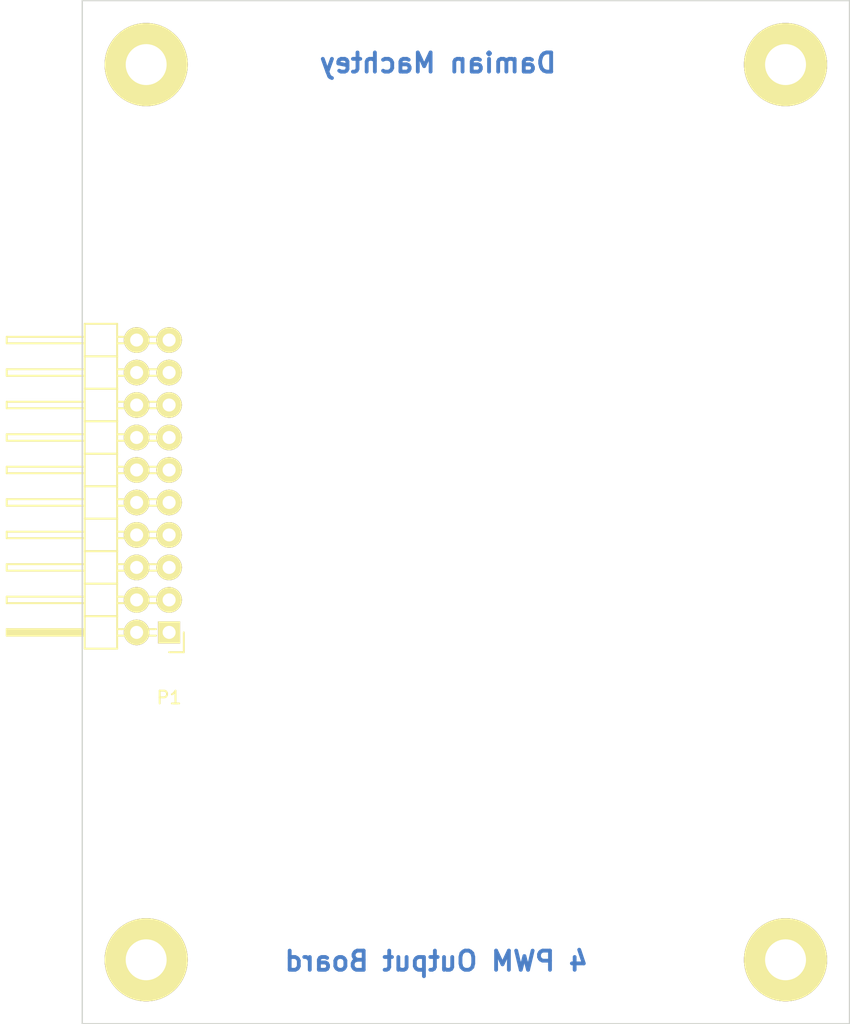
<source format=kicad_pcb>
(kicad_pcb (version 4) (host pcbnew "(2015-07-19 BZR 5960)-product")

  (general
    (links 10)
    (no_connects 10)
    (area 93.669475 28.62 170.038525 111.08)
    (thickness 1.6)
    (drawings 6)
    (tracks 0)
    (zones 0)
    (modules 5)
    (nets 11)
  )

  (page A4)
  (layers
    (0 F.Cu signal)
    (31 B.Cu signal)
    (32 B.Adhes user)
    (33 F.Adhes user)
    (34 B.Paste user)
    (35 F.Paste user)
    (36 B.SilkS user)
    (37 F.SilkS user)
    (38 B.Mask user)
    (39 F.Mask user)
    (40 Dwgs.User user)
    (41 Cmts.User user)
    (42 Eco1.User user)
    (43 Eco2.User user)
    (44 Edge.Cuts user)
    (45 Margin user)
    (46 B.CrtYd user)
    (47 F.CrtYd user)
    (48 B.Fab user)
    (49 F.Fab user)
  )

  (setup
    (last_trace_width 0.3)
    (trace_clearance 0.3)
    (zone_clearance 0.508)
    (zone_45_only no)
    (trace_min 0.2)
    (segment_width 0.2)
    (edge_width 0.1)
    (via_size 0.6)
    (via_drill 0.4)
    (via_min_size 0.4)
    (via_min_drill 0.3)
    (uvia_size 0.3)
    (uvia_drill 0.1)
    (uvias_allowed no)
    (uvia_min_size 0.2)
    (uvia_min_drill 0.1)
    (pcb_text_width 0.3)
    (pcb_text_size 1.5 1.5)
    (mod_edge_width 0.15)
    (mod_text_size 1 1)
    (mod_text_width 0.15)
    (pad_size 2 2)
    (pad_drill 1.016)
    (pad_to_mask_clearance 0)
    (aux_axis_origin 100.33 34.925)
    (grid_origin 100.584 34.925)
    (visible_elements FFFFFF7F)
    (pcbplotparams
      (layerselection 0x00030_80000001)
      (usegerberextensions false)
      (excludeedgelayer true)
      (linewidth 0.100000)
      (plotframeref false)
      (viasonmask false)
      (mode 1)
      (useauxorigin false)
      (hpglpennumber 1)
      (hpglpenspeed 20)
      (hpglpendiameter 15)
      (hpglpenoverlay 2)
      (psnegative false)
      (psa4output false)
      (plotreference true)
      (plotvalue true)
      (plotinvisibletext false)
      (padsonsilk false)
      (subtractmaskfromsilk false)
      (outputformat 1)
      (mirror false)
      (drillshape 1)
      (scaleselection 1)
      (outputdirectory ""))
  )

  (net 0 "")
  (net 1 /in_1)
  (net 2 /GND)
  (net 3 /in_2)
  (net 4 /in_3)
  (net 5 /in_4)
  (net 6 "Net-(P1-Pad10)")
  (net 7 "Net-(P1-Pad11)")
  (net 8 /3.3V)
  (net 9 /GND12V)
  (net 10 /+12VDC)

  (net_class Default "This is the default net class."
    (clearance 0.3)
    (trace_width 0.3)
    (via_dia 0.6)
    (via_drill 0.4)
    (uvia_dia 0.3)
    (uvia_drill 0.1)
    (add_net /+12VDC)
    (add_net /3.3V)
    (add_net /GND)
    (add_net /GND12V)
    (add_net /in_1)
    (add_net /in_2)
    (add_net /in_3)
    (add_net /in_4)
    (add_net "Net-(P1-Pad10)")
    (add_net "Net-(P1-Pad11)")
  )

  (net_class Power ""
    (clearance 0.2)
    (trace_width 2)
    (via_dia 0.6)
    (via_drill 0.4)
    (uvia_dia 0.3)
    (uvia_drill 0.1)
  )

  (module Wire_Pads:SolderWirePad_single_2-5mmDrill (layer F.Cu) (tedit 55BFDA5E) (tstamp 55C454C5)
    (at 105.584 104.925)
    (fp_text reference OR4 (at 0 -5.08) (layer F.SilkS) hide
      (effects (font (size 1 1) (thickness 0.15)))
    )
    (fp_text value SolderWirePad_single_2-5mmDrill (at 1.27 5.08) (layer F.Fab) hide
      (effects (font (size 1 1) (thickness 0.15)))
    )
    (pad 1 thru_hole circle (at 0 0) (size 6.5 6.5) (drill 3.2) (layers *.Cu *.Mask F.SilkS))
  )

  (module Wire_Pads:SolderWirePad_single_2-5mmDrill (layer F.Cu) (tedit 55BFDA6D) (tstamp 55C454BF)
    (at 155.584 104.925)
    (fp_text reference OR3 (at 0 -5.08) (layer F.SilkS) hide
      (effects (font (size 1 1) (thickness 0.15)))
    )
    (fp_text value SolderWirePad_single_2-5mmDrill (at 1.27 5.08) (layer F.Fab) hide
      (effects (font (size 1 1) (thickness 0.15)))
    )
    (pad 1 thru_hole circle (at 0 0) (size 6.5 6.5) (drill 3.2) (layers *.Cu *.Mask F.SilkS))
  )

  (module Wire_Pads:SolderWirePad_single_2-5mmDrill (layer F.Cu) (tedit 55BFDA4C) (tstamp 55C454B6)
    (at 155.584 34.925)
    (fp_text reference OR2 (at 0 -5.08) (layer F.SilkS) hide
      (effects (font (size 1 1) (thickness 0.15)))
    )
    (fp_text value SolderWirePad_single_2-5mmDrill (at 1.27 5.08) (layer F.Fab) hide
      (effects (font (size 1 1) (thickness 0.15)))
    )
    (pad 1 thru_hole circle (at 0 0) (size 6.5 6.5) (drill 3.2) (layers *.Cu *.Mask F.SilkS))
  )

  (module Pin_Headers:Pin_Header_Angled_2x10 (layer F.Cu) (tedit 55C08CE6) (tstamp 55BF4A29)
    (at 107.378 79.325001 180)
    (descr "Through hole pin header")
    (tags "pin header")
    (path /55BF4604)
    (fp_text reference P1 (at 0 -5.1 180) (layer F.SilkS)
      (effects (font (size 1 1) (thickness 0.15)))
    )
    (fp_text value CONN_02X10 (at 0 -3.1 180) (layer F.Fab)
      (effects (font (size 1 1) (thickness 0.15)))
    )
    (fp_line (start -1.35 -1.75) (end -1.35 24.65) (layer F.CrtYd) (width 0.05))
    (fp_line (start 13.2 -1.75) (end 13.2 24.65) (layer F.CrtYd) (width 0.05))
    (fp_line (start -1.35 -1.75) (end 13.2 -1.75) (layer F.CrtYd) (width 0.05))
    (fp_line (start -1.35 24.65) (end 13.2 24.65) (layer F.CrtYd) (width 0.05))
    (fp_line (start 1.524 -0.254) (end 1.016 -0.254) (layer F.SilkS) (width 0.15))
    (fp_line (start 1.524 0.254) (end 1.016 0.254) (layer F.SilkS) (width 0.15))
    (fp_line (start 1.524 23.114) (end 1.016 23.114) (layer F.SilkS) (width 0.15))
    (fp_line (start 1.524 22.606) (end 1.016 22.606) (layer F.SilkS) (width 0.15))
    (fp_line (start 1.524 17.526) (end 1.016 17.526) (layer F.SilkS) (width 0.15))
    (fp_line (start 1.524 18.034) (end 1.016 18.034) (layer F.SilkS) (width 0.15))
    (fp_line (start 1.524 20.066) (end 1.016 20.066) (layer F.SilkS) (width 0.15))
    (fp_line (start 1.524 20.574) (end 1.016 20.574) (layer F.SilkS) (width 0.15))
    (fp_line (start 1.524 15.494) (end 1.016 15.494) (layer F.SilkS) (width 0.15))
    (fp_line (start 1.524 14.986) (end 1.016 14.986) (layer F.SilkS) (width 0.15))
    (fp_line (start 1.524 12.954) (end 1.016 12.954) (layer F.SilkS) (width 0.15))
    (fp_line (start 1.524 12.446) (end 1.016 12.446) (layer F.SilkS) (width 0.15))
    (fp_line (start 1.524 2.286) (end 1.016 2.286) (layer F.SilkS) (width 0.15))
    (fp_line (start 1.524 2.794) (end 1.016 2.794) (layer F.SilkS) (width 0.15))
    (fp_line (start 1.524 4.826) (end 1.016 4.826) (layer F.SilkS) (width 0.15))
    (fp_line (start 1.524 5.334) (end 1.016 5.334) (layer F.SilkS) (width 0.15))
    (fp_line (start 1.524 10.414) (end 1.016 10.414) (layer F.SilkS) (width 0.15))
    (fp_line (start 1.524 9.906) (end 1.016 9.906) (layer F.SilkS) (width 0.15))
    (fp_line (start 1.524 7.874) (end 1.016 7.874) (layer F.SilkS) (width 0.15))
    (fp_line (start 1.524 7.366) (end 1.016 7.366) (layer F.SilkS) (width 0.15))
    (fp_line (start 4.064 23.114) (end 3.556 23.114) (layer F.SilkS) (width 0.15))
    (fp_line (start 4.064 22.606) (end 3.556 22.606) (layer F.SilkS) (width 0.15))
    (fp_line (start 4.064 20.574) (end 3.556 20.574) (layer F.SilkS) (width 0.15))
    (fp_line (start 4.064 20.066) (end 3.556 20.066) (layer F.SilkS) (width 0.15))
    (fp_line (start 4.064 14.986) (end 3.556 14.986) (layer F.SilkS) (width 0.15))
    (fp_line (start 4.064 15.494) (end 3.556 15.494) (layer F.SilkS) (width 0.15))
    (fp_line (start 4.064 17.526) (end 3.556 17.526) (layer F.SilkS) (width 0.15))
    (fp_line (start 4.064 18.034) (end 3.556 18.034) (layer F.SilkS) (width 0.15))
    (fp_line (start 4.064 12.954) (end 3.556 12.954) (layer F.SilkS) (width 0.15))
    (fp_line (start 4.064 12.446) (end 3.556 12.446) (layer F.SilkS) (width 0.15))
    (fp_line (start 4.064 10.414) (end 3.556 10.414) (layer F.SilkS) (width 0.15))
    (fp_line (start 4.064 9.906) (end 3.556 9.906) (layer F.SilkS) (width 0.15))
    (fp_line (start 4.064 -0.254) (end 3.556 -0.254) (layer F.SilkS) (width 0.15))
    (fp_line (start 4.064 0.254) (end 3.556 0.254) (layer F.SilkS) (width 0.15))
    (fp_line (start 4.064 2.286) (end 3.556 2.286) (layer F.SilkS) (width 0.15))
    (fp_line (start 4.064 2.794) (end 3.556 2.794) (layer F.SilkS) (width 0.15))
    (fp_line (start 4.064 7.874) (end 3.556 7.874) (layer F.SilkS) (width 0.15))
    (fp_line (start 4.064 7.366) (end 3.556 7.366) (layer F.SilkS) (width 0.15))
    (fp_line (start 4.064 5.334) (end 3.556 5.334) (layer F.SilkS) (width 0.15))
    (fp_line (start 4.064 4.826) (end 3.556 4.826) (layer F.SilkS) (width 0.15))
    (fp_line (start 0 -1.55) (end -1.15 -1.55) (layer F.SilkS) (width 0.15))
    (fp_line (start -1.15 -1.55) (end -1.15 0) (layer F.SilkS) (width 0.15))
    (fp_line (start 6.604 -0.127) (end 12.573 -0.127) (layer F.SilkS) (width 0.15))
    (fp_line (start 12.573 -0.127) (end 12.573 0.127) (layer F.SilkS) (width 0.15))
    (fp_line (start 12.573 0.127) (end 6.731 0.127) (layer F.SilkS) (width 0.15))
    (fp_line (start 6.731 0.127) (end 6.731 0) (layer F.SilkS) (width 0.15))
    (fp_line (start 6.731 0) (end 12.573 0) (layer F.SilkS) (width 0.15))
    (fp_line (start 4.064 19.05) (end 6.604 19.05) (layer F.SilkS) (width 0.15))
    (fp_line (start 4.064 19.05) (end 4.064 21.59) (layer F.SilkS) (width 0.15))
    (fp_line (start 4.064 21.59) (end 6.604 21.59) (layer F.SilkS) (width 0.15))
    (fp_line (start 6.604 20.066) (end 12.7 20.066) (layer F.SilkS) (width 0.15))
    (fp_line (start 12.7 20.066) (end 12.7 20.574) (layer F.SilkS) (width 0.15))
    (fp_line (start 12.7 20.574) (end 6.604 20.574) (layer F.SilkS) (width 0.15))
    (fp_line (start 6.604 21.59) (end 6.604 19.05) (layer F.SilkS) (width 0.15))
    (fp_line (start 6.604 24.13) (end 6.604 21.59) (layer F.SilkS) (width 0.15))
    (fp_line (start 12.7 23.114) (end 6.604 23.114) (layer F.SilkS) (width 0.15))
    (fp_line (start 12.7 22.606) (end 12.7 23.114) (layer F.SilkS) (width 0.15))
    (fp_line (start 6.604 22.606) (end 12.7 22.606) (layer F.SilkS) (width 0.15))
    (fp_line (start 4.064 21.59) (end 4.064 24.13) (layer F.SilkS) (width 0.15))
    (fp_line (start 4.064 21.59) (end 6.604 21.59) (layer F.SilkS) (width 0.15))
    (fp_line (start 4.064 24.13) (end 6.604 24.13) (layer F.SilkS) (width 0.15))
    (fp_line (start 4.064 8.89) (end 6.604 8.89) (layer F.SilkS) (width 0.15))
    (fp_line (start 4.064 8.89) (end 4.064 11.43) (layer F.SilkS) (width 0.15))
    (fp_line (start 4.064 11.43) (end 6.604 11.43) (layer F.SilkS) (width 0.15))
    (fp_line (start 6.604 9.906) (end 12.7 9.906) (layer F.SilkS) (width 0.15))
    (fp_line (start 12.7 9.906) (end 12.7 10.414) (layer F.SilkS) (width 0.15))
    (fp_line (start 12.7 10.414) (end 6.604 10.414) (layer F.SilkS) (width 0.15))
    (fp_line (start 6.604 11.43) (end 6.604 8.89) (layer F.SilkS) (width 0.15))
    (fp_line (start 6.604 13.97) (end 6.604 11.43) (layer F.SilkS) (width 0.15))
    (fp_line (start 12.7 12.954) (end 6.604 12.954) (layer F.SilkS) (width 0.15))
    (fp_line (start 12.7 12.446) (end 12.7 12.954) (layer F.SilkS) (width 0.15))
    (fp_line (start 6.604 12.446) (end 12.7 12.446) (layer F.SilkS) (width 0.15))
    (fp_line (start 4.064 13.97) (end 6.604 13.97) (layer F.SilkS) (width 0.15))
    (fp_line (start 4.064 11.43) (end 4.064 13.97) (layer F.SilkS) (width 0.15))
    (fp_line (start 4.064 11.43) (end 6.604 11.43) (layer F.SilkS) (width 0.15))
    (fp_line (start 4.064 16.51) (end 6.604 16.51) (layer F.SilkS) (width 0.15))
    (fp_line (start 4.064 16.51) (end 4.064 19.05) (layer F.SilkS) (width 0.15))
    (fp_line (start 4.064 19.05) (end 6.604 19.05) (layer F.SilkS) (width 0.15))
    (fp_line (start 6.604 17.526) (end 12.7 17.526) (layer F.SilkS) (width 0.15))
    (fp_line (start 12.7 17.526) (end 12.7 18.034) (layer F.SilkS) (width 0.15))
    (fp_line (start 12.7 18.034) (end 6.604 18.034) (layer F.SilkS) (width 0.15))
    (fp_line (start 6.604 19.05) (end 6.604 16.51) (layer F.SilkS) (width 0.15))
    (fp_line (start 6.604 16.51) (end 6.604 13.97) (layer F.SilkS) (width 0.15))
    (fp_line (start 12.7 15.494) (end 6.604 15.494) (layer F.SilkS) (width 0.15))
    (fp_line (start 12.7 14.986) (end 12.7 15.494) (layer F.SilkS) (width 0.15))
    (fp_line (start 6.604 14.986) (end 12.7 14.986) (layer F.SilkS) (width 0.15))
    (fp_line (start 4.064 16.51) (end 6.604 16.51) (layer F.SilkS) (width 0.15))
    (fp_line (start 4.064 13.97) (end 4.064 16.51) (layer F.SilkS) (width 0.15))
    (fp_line (start 4.064 13.97) (end 6.604 13.97) (layer F.SilkS) (width 0.15))
    (fp_line (start 4.064 3.81) (end 6.604 3.81) (layer F.SilkS) (width 0.15))
    (fp_line (start 4.064 3.81) (end 4.064 6.35) (layer F.SilkS) (width 0.15))
    (fp_line (start 4.064 6.35) (end 6.604 6.35) (layer F.SilkS) (width 0.15))
    (fp_line (start 6.604 4.826) (end 12.7 4.826) (layer F.SilkS) (width 0.15))
    (fp_line (start 12.7 4.826) (end 12.7 5.334) (layer F.SilkS) (width 0.15))
    (fp_line (start 12.7 5.334) (end 6.604 5.334) (layer F.SilkS) (width 0.15))
    (fp_line (start 6.604 6.35) (end 6.604 3.81) (layer F.SilkS) (width 0.15))
    (fp_line (start 6.604 8.89) (end 6.604 6.35) (layer F.SilkS) (width 0.15))
    (fp_line (start 12.7 7.874) (end 6.604 7.874) (layer F.SilkS) (width 0.15))
    (fp_line (start 12.7 7.366) (end 12.7 7.874) (layer F.SilkS) (width 0.15))
    (fp_line (start 6.604 7.366) (end 12.7 7.366) (layer F.SilkS) (width 0.15))
    (fp_line (start 4.064 8.89) (end 6.604 8.89) (layer F.SilkS) (width 0.15))
    (fp_line (start 4.064 6.35) (end 4.064 8.89) (layer F.SilkS) (width 0.15))
    (fp_line (start 4.064 6.35) (end 6.604 6.35) (layer F.SilkS) (width 0.15))
    (fp_line (start 4.064 1.27) (end 6.604 1.27) (layer F.SilkS) (width 0.15))
    (fp_line (start 4.064 1.27) (end 4.064 3.81) (layer F.SilkS) (width 0.15))
    (fp_line (start 4.064 3.81) (end 6.604 3.81) (layer F.SilkS) (width 0.15))
    (fp_line (start 6.604 2.286) (end 12.7 2.286) (layer F.SilkS) (width 0.15))
    (fp_line (start 12.7 2.286) (end 12.7 2.794) (layer F.SilkS) (width 0.15))
    (fp_line (start 12.7 2.794) (end 6.604 2.794) (layer F.SilkS) (width 0.15))
    (fp_line (start 6.604 3.81) (end 6.604 1.27) (layer F.SilkS) (width 0.15))
    (fp_line (start 6.604 1.27) (end 6.604 -1.27) (layer F.SilkS) (width 0.15))
    (fp_line (start 12.7 0.254) (end 6.604 0.254) (layer F.SilkS) (width 0.15))
    (fp_line (start 12.7 -0.254) (end 12.7 0.254) (layer F.SilkS) (width 0.15))
    (fp_line (start 6.604 -0.254) (end 12.7 -0.254) (layer F.SilkS) (width 0.15))
    (fp_line (start 4.064 1.27) (end 6.604 1.27) (layer F.SilkS) (width 0.15))
    (fp_line (start 4.064 -1.27) (end 4.064 1.27) (layer F.SilkS) (width 0.15))
    (fp_line (start 4.064 -1.27) (end 6.604 -1.27) (layer F.SilkS) (width 0.15))
    (pad 1 thru_hole rect (at 0 0 180) (size 1.7272 1.7272) (drill 1.016) (layers *.Cu *.Mask F.SilkS)
      (net 2 /GND))
    (pad 2 thru_hole oval (at 2.54 0 180) (size 2 2) (drill 1.016) (layers *.Cu *.Mask F.SilkS)
      (net 2 /GND))
    (pad 3 thru_hole oval (at 0 2.54 180) (size 2 2) (drill 1.016) (layers *.Cu *.Mask F.SilkS)
      (net 8 /3.3V))
    (pad 4 thru_hole oval (at 2.54 2.54 180) (size 2 2) (drill 1.016) (layers *.Cu *.Mask F.SilkS)
      (net 8 /3.3V))
    (pad 5 thru_hole oval (at 0 5.08 180) (size 2 2) (drill 1.016) (layers *.Cu *.Mask F.SilkS)
      (net 9 /GND12V))
    (pad 6 thru_hole oval (at 2.54 5.08 180) (size 2 2) (drill 1.016) (layers *.Cu *.Mask F.SilkS)
      (net 9 /GND12V))
    (pad 7 thru_hole oval (at 0 7.62 180) (size 2 2) (drill 1.016) (layers *.Cu *.Mask F.SilkS)
      (net 10 /+12VDC))
    (pad 8 thru_hole oval (at 2.54 7.62 180) (size 2 2) (drill 1.016) (layers *.Cu *.Mask F.SilkS)
      (net 10 /+12VDC))
    (pad 9 thru_hole oval (at 0 10.16 180) (size 2 2) (drill 1.016) (layers *.Cu *.Mask F.SilkS)
      (net 6 "Net-(P1-Pad10)"))
    (pad 10 thru_hole oval (at 2.54 10.16 180) (size 2 2) (drill 1.016) (layers *.Cu *.Mask F.SilkS)
      (net 6 "Net-(P1-Pad10)"))
    (pad 11 thru_hole oval (at 0 12.7 180) (size 2 2) (drill 1.016) (layers *.Cu *.Mask F.SilkS)
      (net 7 "Net-(P1-Pad11)"))
    (pad 12 thru_hole oval (at 2.54 12.7 180) (size 2 2) (drill 1.016) (layers *.Cu *.Mask F.SilkS)
      (net 7 "Net-(P1-Pad11)"))
    (pad 13 thru_hole oval (at 0 15.24 180) (size 2 2) (drill 1.016) (layers *.Cu *.Mask F.SilkS)
      (net 5 /in_4))
    (pad 14 thru_hole oval (at 2.54 15.24 180) (size 2 2) (drill 1.016) (layers *.Cu *.Mask F.SilkS)
      (net 5 /in_4))
    (pad 15 thru_hole oval (at 0 17.78 180) (size 2 2) (drill 1.016) (layers *.Cu *.Mask F.SilkS)
      (net 4 /in_3))
    (pad 16 thru_hole oval (at 2.54 17.78 180) (size 2 2) (drill 1.016) (layers *.Cu *.Mask F.SilkS)
      (net 4 /in_3))
    (pad 17 thru_hole oval (at 0 20.32 180) (size 2 2) (drill 1.016) (layers *.Cu *.Mask F.SilkS)
      (net 3 /in_2))
    (pad 18 thru_hole oval (at 2.54 20.32 180) (size 2 2) (drill 1.016) (layers *.Cu *.Mask F.SilkS)
      (net 3 /in_2))
    (pad 19 thru_hole oval (at 0 22.86 180) (size 2 2) (drill 1.016) (layers *.Cu *.Mask F.SilkS)
      (net 1 /in_1))
    (pad 20 thru_hole oval (at 2.54 22.86 180) (size 2 2) (drill 1.016) (layers *.Cu *.Mask F.SilkS)
      (net 1 /in_1))
    (model Pin_Headers.3dshapes/Pin_Header_Angled_2x10.wrl
      (at (xyz 0.05 -0.45 0))
      (scale (xyz 1 1 1))
      (rotate (xyz 0 0 90))
    )
  )

  (module Wire_Pads:SolderWirePad_single_2-5mmDrill (layer F.Cu) (tedit 55BFDA24) (tstamp 55C454A0)
    (at 105.584 34.925)
    (fp_text reference OR1 (at 0 -5.08) (layer F.SilkS) hide
      (effects (font (size 1 1) (thickness 0.15)))
    )
    (fp_text value SolderWirePad_single_2-5mmDrill (at 1.27 5.08) (layer F.Fab) hide
      (effects (font (size 1 1) (thickness 0.15)))
    )
    (pad 1 thru_hole circle (at 0 0) (size 6.5 6.5) (drill 3.2) (layers *.Cu *.Mask F.SilkS))
  )

  (gr_text "4 PWM Output Board" (at 128.27 105.029) (layer B.Cu)
    (effects (font (size 1.5 1.5) (thickness 0.3)) (justify mirror))
  )
  (gr_text "Damian Machtey" (at 128.397 34.798) (layer B.Cu)
    (effects (font (size 1.5 1.5) (thickness 0.3)) (justify mirror))
  )
  (gr_line (start 100.584 109.925) (end 100.584 29.925) (angle 90) (layer Edge.Cuts) (width 0.1))
  (gr_line (start 160.584 109.925) (end 100.584 109.925) (angle 90) (layer Edge.Cuts) (width 0.1))
  (gr_line (start 160.584 29.925) (end 160.584 109.925) (angle 90) (layer Edge.Cuts) (width 0.1))
  (gr_line (start 100.584 29.925) (end 160.584 29.925) (angle 90) (layer Edge.Cuts) (width 0.1))

)

</source>
